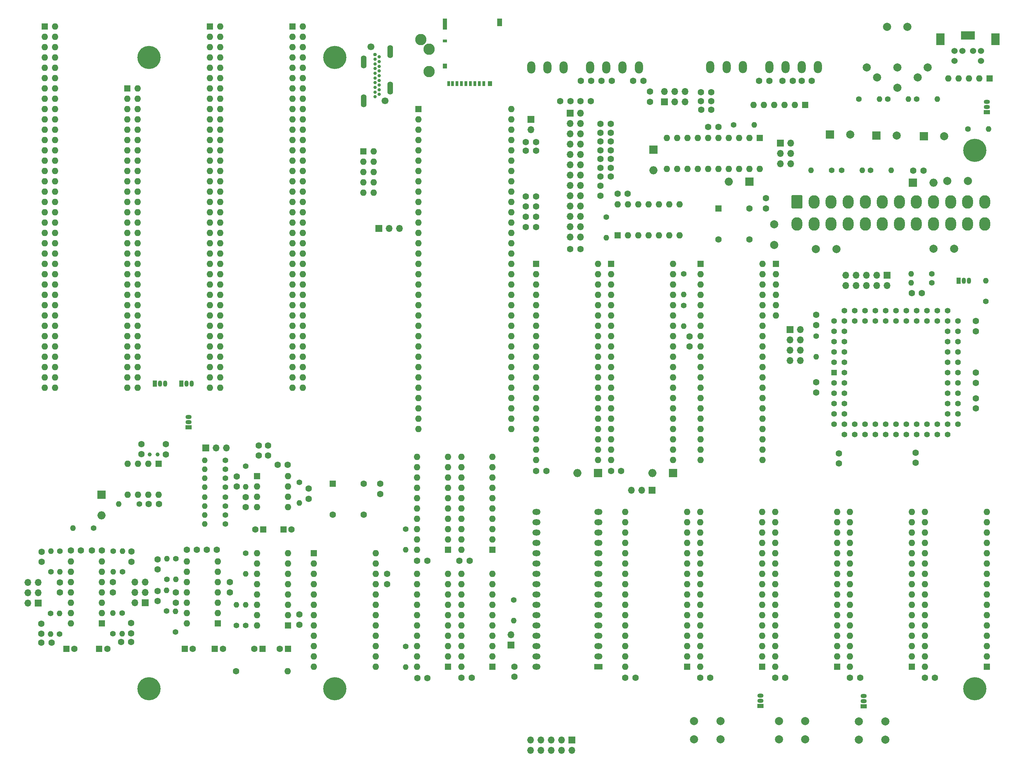
<source format=gbs>
G04 #@! TF.GenerationSoftware,KiCad,Pcbnew,(5.1.12)-1*
G04 #@! TF.CreationDate,2022-08-10T22:48:41-07:00*
G04 #@! TF.ProjectId,JBX16,4a425831-362e-46b6-9963-61645f706362,rev?*
G04 #@! TF.SameCoordinates,Original*
G04 #@! TF.FileFunction,Soldermask,Bot*
G04 #@! TF.FilePolarity,Negative*
%FSLAX46Y46*%
G04 Gerber Fmt 4.6, Leading zero omitted, Abs format (unit mm)*
G04 Created by KiCad (PCBNEW (5.1.12)-1) date 2022-08-10 22:48:41*
%MOMM*%
%LPD*%
G01*
G04 APERTURE LIST*
%ADD10O,1.700000X1.700000*%
%ADD11R,1.700000X1.700000*%
%ADD12R,1.500000X1.050000*%
%ADD13O,1.500000X1.050000*%
%ADD14O,2.000000X2.000000*%
%ADD15R,2.000000X2.000000*%
%ADD16O,1.400000X1.400000*%
%ADD17C,1.400000*%
%ADD18R,2.000000X1.440000*%
%ADD19O,2.000000X1.440000*%
%ADD20O,1.600000X1.600000*%
%ADD21R,1.600000X1.600000*%
%ADD22C,1.600000*%
%ADD23R,1.050000X1.500000*%
%ADD24O,1.050000X1.500000*%
%ADD25C,1.000000*%
%ADD26O,2.700000X3.300000*%
%ADD27R,1.300000X1.900000*%
%ADD28R,1.000000X2.800000*%
%ADD29R,1.000000X0.800000*%
%ADD30R,1.000000X1.200000*%
%ADD31R,0.700000X1.200000*%
%ADD32C,1.700000*%
%ADD33O,1.400000X3.200000*%
%ADD34C,0.800000*%
%ADD35O,2.000000X3.000000*%
%ADD36C,2.000000*%
%ADD37C,5.700000*%
%ADD38C,1.422400*%
%ADD39R,1.422400X1.422400*%
%ADD40C,1.524000*%
%ADD41R,2.000000X3.000000*%
%ADD42R,3.500000X2.000000*%
%ADD43C,2.800000*%
G04 APERTURE END LIST*
D10*
X229108000Y-111353600D03*
X226568000Y-111353600D03*
X229108000Y-108813600D03*
X226568000Y-108813600D03*
X229108000Y-106273600D03*
X226568000Y-106273600D03*
X229108000Y-103733600D03*
D11*
X226568000Y-103733600D03*
D12*
X244703600Y-196469000D03*
D13*
X244703600Y-193929000D03*
X244703600Y-195199000D03*
D10*
X162788600Y-207264000D03*
X162788600Y-204724000D03*
X165328600Y-207264000D03*
X165328600Y-204724000D03*
X167868600Y-207264000D03*
X167868600Y-204724000D03*
X170408600Y-207264000D03*
X170408600Y-204724000D03*
X172948600Y-207264000D03*
D11*
X172948600Y-204724000D03*
D14*
X261924800Y-67614800D03*
D15*
X256844800Y-67614800D03*
D16*
X200456800Y-102895400D03*
D17*
X200456800Y-97815400D03*
D18*
X179445920Y-186720000D03*
D19*
X164205920Y-186720000D03*
X179445920Y-184180000D03*
X164205920Y-184180000D03*
X179445920Y-181640000D03*
X164205920Y-181640000D03*
X179445920Y-179100000D03*
X164205920Y-179100000D03*
X179445920Y-176560000D03*
X164205920Y-176560000D03*
X179445920Y-174020000D03*
X164205920Y-174020000D03*
X179445920Y-171480000D03*
X164205920Y-171480000D03*
X179445920Y-168940000D03*
X164205920Y-168940000D03*
X179445920Y-166400000D03*
X164205920Y-166400000D03*
X179445920Y-163860000D03*
X164205920Y-163860000D03*
X179445920Y-161320000D03*
X164205920Y-161320000D03*
X179445920Y-158780000D03*
X164205920Y-158780000D03*
X179445920Y-156240000D03*
X164205920Y-156240000D03*
X179445920Y-153700000D03*
X164205920Y-153700000D03*
X179445920Y-151160000D03*
X164205920Y-151160000D03*
X179445920Y-148620000D03*
X164205920Y-148620000D03*
D12*
X78613000Y-127838200D03*
D13*
X78613000Y-125298200D03*
X78613000Y-126568200D03*
D10*
X87909400Y-132842000D03*
X85369400Y-132842000D03*
D11*
X82829400Y-132842000D03*
D20*
X49631600Y-176072800D03*
X57251600Y-160832800D03*
X49631600Y-173532800D03*
X57251600Y-163372800D03*
X49631600Y-170992800D03*
X57251600Y-165912800D03*
X49631600Y-168452800D03*
X57251600Y-168452800D03*
X49631600Y-165912800D03*
X57251600Y-170992800D03*
X49631600Y-163372800D03*
X57251600Y-173532800D03*
X49631600Y-160832800D03*
D21*
X57251600Y-176072800D03*
D10*
X65354200Y-165862000D03*
X67894200Y-165862000D03*
X65354200Y-168402000D03*
X67894200Y-168402000D03*
X65354200Y-170942000D03*
D11*
X67894200Y-170942000D03*
D10*
X39039800Y-165963600D03*
X41579800Y-165963600D03*
X39039800Y-168503600D03*
X41579800Y-168503600D03*
X39039800Y-171043600D03*
D11*
X41579800Y-171043600D03*
D16*
X82575400Y-135940800D03*
D17*
X87655400Y-135940800D03*
D16*
X82575400Y-145008600D03*
D17*
X87655400Y-145008600D03*
D16*
X75412600Y-173075600D03*
D17*
X75412600Y-178155600D03*
D16*
X59994800Y-173507400D03*
D17*
X59994800Y-178587400D03*
D16*
X82575400Y-140309600D03*
D17*
X87655400Y-140309600D03*
D16*
X82575400Y-147193000D03*
D17*
X87655400Y-147193000D03*
D16*
X82575400Y-149402800D03*
D17*
X87655400Y-149402800D03*
D16*
X46812200Y-173634400D03*
D17*
X46812200Y-178714400D03*
D16*
X46913800Y-163398200D03*
D17*
X46913800Y-158318200D03*
D16*
X44602400Y-178714400D03*
D17*
X44602400Y-173634400D03*
D16*
X44704000Y-158318200D03*
D17*
X44704000Y-163398200D03*
D16*
X82575400Y-142494000D03*
D17*
X87655400Y-142494000D03*
D16*
X82575400Y-138125200D03*
D17*
X87655400Y-138125200D03*
D16*
X82550000Y-151612600D03*
D17*
X87630000Y-151612600D03*
D16*
X75438000Y-165252400D03*
D17*
X75438000Y-160172400D03*
D16*
X60071000Y-163347400D03*
D17*
X60071000Y-158267400D03*
D16*
X62306200Y-158267400D03*
D17*
X62306200Y-163347400D03*
D16*
X62230000Y-178587400D03*
D17*
X62230000Y-173507400D03*
D22*
X44892600Y-180797200D03*
X42392600Y-180797200D03*
X49620800Y-158089600D03*
X52120800Y-158089600D03*
X42392600Y-176112800D03*
X42392600Y-178612800D03*
X42443400Y-160909000D03*
X42443400Y-158409000D03*
X57262400Y-158089600D03*
X54762400Y-158089600D03*
X61965200Y-180670200D03*
X64465200Y-180670200D03*
X64541400Y-160869000D03*
X64541400Y-158369000D03*
X64465200Y-175985800D03*
X64465200Y-178485800D03*
X79622400Y-182290720D03*
D21*
X77622400Y-182290720D03*
D22*
X75438000Y-170952800D03*
X75438000Y-168452800D03*
X87039200Y-182290720D03*
D21*
X85039200Y-182290720D03*
D22*
X88722200Y-165938200D03*
X88722200Y-168438200D03*
D20*
X124180600Y-70053200D03*
X121640600Y-70053200D03*
X124180600Y-67513200D03*
X121640600Y-67513200D03*
X124180600Y-64973200D03*
X121640600Y-64973200D03*
X124180600Y-62433200D03*
X121640600Y-62433200D03*
X124180600Y-59893200D03*
D21*
X121640600Y-59893200D03*
D20*
X223083120Y-100299520D03*
X223083120Y-97759520D03*
X223083120Y-95219520D03*
X223083120Y-92679520D03*
X223083120Y-90139520D03*
D21*
X223083120Y-87599520D03*
D16*
X275412200Y-54356000D03*
D17*
X270332200Y-54356000D03*
D16*
X274777200Y-91719400D03*
D17*
X274777200Y-96799400D03*
D12*
X274980400Y-50241200D03*
D13*
X274980400Y-47701200D03*
X274980400Y-48971200D03*
D23*
X268097000Y-91719400D03*
D24*
X270637000Y-91719400D03*
X269367000Y-91719400D03*
D21*
X135107680Y-49484280D03*
D20*
X135107680Y-52024280D03*
X135107680Y-54564280D03*
X135107680Y-57104280D03*
X135107680Y-59644280D03*
X135107680Y-62184280D03*
X135107680Y-64724280D03*
X135107680Y-67264280D03*
X135107680Y-69804280D03*
X135107680Y-72344280D03*
X135107680Y-74884280D03*
X135107680Y-77424280D03*
X135107680Y-79964280D03*
X135107680Y-82504280D03*
X135107680Y-85044280D03*
X135107680Y-87584280D03*
X135107680Y-90124280D03*
X135107680Y-92664280D03*
X135107680Y-95204280D03*
X135107680Y-97744280D03*
X135107680Y-100284280D03*
X135107680Y-102824280D03*
X135107680Y-105364280D03*
X135107680Y-107904280D03*
X135107680Y-110444280D03*
X135107680Y-112984280D03*
X135107680Y-115524280D03*
X135107680Y-118064280D03*
X135107680Y-120604280D03*
X135107680Y-123144280D03*
X135107680Y-125684280D03*
X135107680Y-128224280D03*
X157967680Y-64724280D03*
X157967680Y-49484280D03*
X157967680Y-128224280D03*
X157967680Y-120604280D03*
X157967680Y-52024280D03*
X157967680Y-110444280D03*
X157967680Y-125684280D03*
X157967680Y-118064280D03*
X157967680Y-115524280D03*
X157967680Y-105364280D03*
X157967680Y-74884280D03*
X157967680Y-85044280D03*
X157967680Y-79964280D03*
X157967680Y-72344280D03*
X157967680Y-67264280D03*
X157967680Y-57104280D03*
X157967680Y-54564280D03*
X157967680Y-82504280D03*
X157967680Y-123144280D03*
X157967680Y-87584280D03*
X157967680Y-62184280D03*
X157967680Y-112984280D03*
X157967680Y-69804280D03*
X157967680Y-100284280D03*
X157967680Y-107904280D03*
X157967680Y-92664280D03*
X157967680Y-59644280D03*
X157967680Y-97744280D03*
X157967680Y-102824280D03*
X157967680Y-95204280D03*
X157967680Y-90124280D03*
X157967680Y-77424280D03*
D16*
X61366400Y-146659600D03*
D17*
X66446400Y-146659600D03*
D16*
X50114200Y-152577800D03*
D17*
X55194200Y-152577800D03*
D25*
X69054900Y-134467600D03*
X70954900Y-134467600D03*
D20*
X71208900Y-144437100D03*
X63588900Y-136817100D03*
X68668900Y-144437100D03*
X66128900Y-136817100D03*
X66128900Y-144437100D03*
X68668900Y-136817100D03*
X63588900Y-144437100D03*
D21*
X71208900Y-136817100D03*
D14*
X57150000Y-149453600D03*
D15*
X57150000Y-144373600D03*
D22*
X67017900Y-134427600D03*
X67017900Y-131927600D03*
X72986900Y-134467600D03*
X72986900Y-131967600D03*
X175006000Y-83947000D03*
X172506000Y-83947000D03*
X161584000Y-73406000D03*
X164084000Y-73406000D03*
X182435500Y-53149500D03*
X179935500Y-53149500D03*
X161584000Y-70993000D03*
X164084000Y-70993000D03*
X161584000Y-76009500D03*
X164084000Y-76009500D03*
X179959000Y-70826000D03*
X179959000Y-68326000D03*
X68772400Y-146659600D03*
X71272400Y-146659600D03*
X182435500Y-59626500D03*
X179935500Y-59626500D03*
X182435500Y-66103500D03*
X179935500Y-66103500D03*
X161584000Y-78486000D03*
X164084000Y-78486000D03*
X182435500Y-63944500D03*
X179935500Y-63944500D03*
X177546000Y-47498000D03*
X175046000Y-47498000D03*
X182435500Y-61785500D03*
X179935500Y-61785500D03*
X182435500Y-55308500D03*
X179935500Y-55308500D03*
X161584000Y-59753500D03*
X164084000Y-59753500D03*
X170029500Y-47498000D03*
X172529500Y-47498000D03*
X182435500Y-57467500D03*
X179935500Y-57467500D03*
X161584000Y-57594500D03*
X164084000Y-57594500D03*
D23*
X76835000Y-117043200D03*
D24*
X79375000Y-117043200D03*
X78105000Y-117043200D03*
D23*
X70307200Y-117043200D03*
D24*
X72847200Y-117043200D03*
X71577200Y-117043200D03*
D12*
X219265500Y-196405500D03*
D13*
X219265500Y-193865500D03*
X219265500Y-195135500D03*
D20*
X45768180Y-118094760D03*
X43228180Y-118094760D03*
X45768180Y-115554760D03*
X43228180Y-115554760D03*
X45768180Y-113014760D03*
X43228180Y-113014760D03*
X45768180Y-110474760D03*
X43228180Y-110474760D03*
X45768180Y-107934760D03*
X43228180Y-107934760D03*
X45768180Y-105394760D03*
X43228180Y-105394760D03*
X45768180Y-102854760D03*
X43228180Y-102854760D03*
X45768180Y-100314760D03*
X43228180Y-100314760D03*
X45768180Y-97774760D03*
X43228180Y-97774760D03*
X45768180Y-95234760D03*
X43228180Y-95234760D03*
X45768180Y-92694760D03*
X43228180Y-92694760D03*
X45768180Y-90154760D03*
X43228180Y-90154760D03*
X45768180Y-87614760D03*
X43228180Y-87614760D03*
X45768180Y-85074760D03*
X43228180Y-85074760D03*
X45768180Y-82534760D03*
X43228180Y-82534760D03*
X45768180Y-79994760D03*
X43228180Y-79994760D03*
X45768180Y-77454760D03*
X43228180Y-77454760D03*
X45768180Y-74914760D03*
X43228180Y-74914760D03*
X45768180Y-72374760D03*
X43228180Y-72374760D03*
X45768180Y-69834760D03*
X43228180Y-69834760D03*
X45768180Y-67294760D03*
X43228180Y-67294760D03*
X45768180Y-64754760D03*
X43228180Y-64754760D03*
X45768180Y-62214760D03*
X43228180Y-62214760D03*
X45768180Y-59674760D03*
X43228180Y-59674760D03*
X45768180Y-57134760D03*
X43228180Y-57134760D03*
X45768180Y-54594760D03*
X43228180Y-54594760D03*
X45768180Y-52054760D03*
X43228180Y-52054760D03*
X45768180Y-49514760D03*
X43228180Y-49514760D03*
X45768180Y-46974760D03*
X43228180Y-46974760D03*
X45768180Y-44434760D03*
X43228180Y-44434760D03*
X45768180Y-41894760D03*
X43228180Y-41894760D03*
X45768180Y-39354760D03*
X43228180Y-39354760D03*
X45768180Y-36814760D03*
X43228180Y-36814760D03*
X45768180Y-34274760D03*
X43228180Y-34274760D03*
X45768180Y-31734760D03*
X43228180Y-31734760D03*
X45768180Y-29194760D03*
D21*
X43228180Y-29194760D03*
D20*
X66083180Y-118094760D03*
X63543180Y-118094760D03*
X66083180Y-115554760D03*
X63543180Y-115554760D03*
X66083180Y-113014760D03*
X63543180Y-113014760D03*
X66083180Y-110474760D03*
X63543180Y-110474760D03*
X66083180Y-107934760D03*
X63543180Y-107934760D03*
X66083180Y-105394760D03*
X63543180Y-105394760D03*
X66083180Y-102854760D03*
X63543180Y-102854760D03*
X66083180Y-100314760D03*
X63543180Y-100314760D03*
X66083180Y-97774760D03*
X63543180Y-97774760D03*
X66083180Y-95234760D03*
X63543180Y-95234760D03*
X66083180Y-92694760D03*
X63543180Y-92694760D03*
X66083180Y-90154760D03*
X63543180Y-90154760D03*
X66083180Y-87614760D03*
X63543180Y-87614760D03*
X66083180Y-85074760D03*
X63543180Y-85074760D03*
X66083180Y-82534760D03*
X63543180Y-82534760D03*
X66083180Y-79994760D03*
X63543180Y-79994760D03*
X66083180Y-77454760D03*
X63543180Y-77454760D03*
X66083180Y-74914760D03*
X63543180Y-74914760D03*
X66083180Y-72374760D03*
X63543180Y-72374760D03*
X66083180Y-69834760D03*
X63543180Y-69834760D03*
X66083180Y-67294760D03*
X63543180Y-67294760D03*
X66083180Y-64754760D03*
X63543180Y-64754760D03*
X66083180Y-62214760D03*
X63543180Y-62214760D03*
X66083180Y-59674760D03*
X63543180Y-59674760D03*
X66083180Y-57134760D03*
X63543180Y-57134760D03*
X66083180Y-54594760D03*
X63543180Y-54594760D03*
X66083180Y-52054760D03*
X63543180Y-52054760D03*
X66083180Y-49514760D03*
X63543180Y-49514760D03*
X66083180Y-46974760D03*
X63543180Y-46974760D03*
X66083180Y-44434760D03*
D21*
X63543180Y-44434760D03*
D20*
X86403180Y-118094760D03*
X83863180Y-118094760D03*
X86403180Y-115554760D03*
X83863180Y-115554760D03*
X86403180Y-113014760D03*
X83863180Y-113014760D03*
X86403180Y-110474760D03*
X83863180Y-110474760D03*
X86403180Y-107934760D03*
X83863180Y-107934760D03*
X86403180Y-105394760D03*
X83863180Y-105394760D03*
X86403180Y-102854760D03*
X83863180Y-102854760D03*
X86403180Y-100314760D03*
X83863180Y-100314760D03*
X86403180Y-97774760D03*
X83863180Y-97774760D03*
X86403180Y-95234760D03*
X83863180Y-95234760D03*
X86403180Y-92694760D03*
X83863180Y-92694760D03*
X86403180Y-90154760D03*
X83863180Y-90154760D03*
X86403180Y-87614760D03*
X83863180Y-87614760D03*
X86403180Y-85074760D03*
X83863180Y-85074760D03*
X86403180Y-82534760D03*
X83863180Y-82534760D03*
X86403180Y-79994760D03*
X83863180Y-79994760D03*
X86403180Y-77454760D03*
X83863180Y-77454760D03*
X86403180Y-74914760D03*
X83863180Y-74914760D03*
X86403180Y-72374760D03*
X83863180Y-72374760D03*
X86403180Y-69834760D03*
X83863180Y-69834760D03*
X86403180Y-67294760D03*
X83863180Y-67294760D03*
X86403180Y-64754760D03*
X83863180Y-64754760D03*
X86403180Y-62214760D03*
X83863180Y-62214760D03*
X86403180Y-59674760D03*
X83863180Y-59674760D03*
X86403180Y-57134760D03*
X83863180Y-57134760D03*
X86403180Y-54594760D03*
X83863180Y-54594760D03*
X86403180Y-52054760D03*
X83863180Y-52054760D03*
X86403180Y-49514760D03*
X83863180Y-49514760D03*
X86403180Y-46974760D03*
X83863180Y-46974760D03*
X86403180Y-44434760D03*
X83863180Y-44434760D03*
X86403180Y-41894760D03*
X83863180Y-41894760D03*
X86403180Y-39354760D03*
X83863180Y-39354760D03*
X86403180Y-36814760D03*
X83863180Y-36814760D03*
X86403180Y-34274760D03*
X83863180Y-34274760D03*
X86403180Y-31734760D03*
X83863180Y-31734760D03*
X86403180Y-29194760D03*
D21*
X83863180Y-29194760D03*
X104183180Y-29194760D03*
D20*
X106723180Y-29194760D03*
X104183180Y-31734760D03*
X106723180Y-31734760D03*
X104183180Y-34274760D03*
X106723180Y-34274760D03*
X104183180Y-36814760D03*
X106723180Y-36814760D03*
X104183180Y-39354760D03*
X106723180Y-39354760D03*
X104183180Y-41894760D03*
X106723180Y-41894760D03*
X104183180Y-44434760D03*
X106723180Y-44434760D03*
X104183180Y-46974760D03*
X106723180Y-46974760D03*
X104183180Y-49514760D03*
X106723180Y-49514760D03*
X104183180Y-52054760D03*
X106723180Y-52054760D03*
X104183180Y-54594760D03*
X106723180Y-54594760D03*
X104183180Y-57134760D03*
X106723180Y-57134760D03*
X104183180Y-59674760D03*
X106723180Y-59674760D03*
X104183180Y-62214760D03*
X106723180Y-62214760D03*
X104183180Y-64754760D03*
X106723180Y-64754760D03*
X104183180Y-67294760D03*
X106723180Y-67294760D03*
X104183180Y-69834760D03*
X106723180Y-69834760D03*
X104183180Y-72374760D03*
X106723180Y-72374760D03*
X104183180Y-74914760D03*
X106723180Y-74914760D03*
X104183180Y-77454760D03*
X106723180Y-77454760D03*
X104183180Y-79994760D03*
X106723180Y-79994760D03*
X104183180Y-82534760D03*
X106723180Y-82534760D03*
X104183180Y-85074760D03*
X106723180Y-85074760D03*
X104183180Y-87614760D03*
X106723180Y-87614760D03*
X104183180Y-90154760D03*
X106723180Y-90154760D03*
X104183180Y-92694760D03*
X106723180Y-92694760D03*
X104183180Y-95234760D03*
X106723180Y-95234760D03*
X104183180Y-97774760D03*
X106723180Y-97774760D03*
X104183180Y-100314760D03*
X106723180Y-100314760D03*
X104183180Y-102854760D03*
X106723180Y-102854760D03*
X104183180Y-105394760D03*
X106723180Y-105394760D03*
X104183180Y-107934760D03*
X106723180Y-107934760D03*
X104183180Y-110474760D03*
X106723180Y-110474760D03*
X104183180Y-113014760D03*
X106723180Y-113014760D03*
X104183180Y-115554760D03*
X106723180Y-115554760D03*
X104183180Y-118094760D03*
X106723180Y-118094760D03*
D16*
X90347800Y-171526200D03*
D17*
X90347800Y-176606200D03*
D16*
X92684600Y-171526200D03*
D17*
X92684600Y-176606200D03*
D26*
X274485760Y-77803640D03*
X270285760Y-77803640D03*
X266085760Y-77803640D03*
X261885760Y-77803640D03*
X257685760Y-77803640D03*
X253485760Y-77803640D03*
X249285760Y-77803640D03*
X245085760Y-77803640D03*
X240885760Y-77803640D03*
X236685760Y-77803640D03*
X232485760Y-77803640D03*
X228285760Y-77803640D03*
X274485760Y-72303640D03*
X270285760Y-72303640D03*
X266085760Y-72303640D03*
X261885760Y-72303640D03*
X257685760Y-72303640D03*
X253485760Y-72303640D03*
X249285760Y-72303640D03*
X245085760Y-72303640D03*
X240885760Y-72303640D03*
X236685760Y-72303640D03*
X232485760Y-72303640D03*
G36*
G01*
X226935760Y-73703639D02*
X226935760Y-70903641D01*
G75*
G02*
X227185761Y-70653640I250001J0D01*
G01*
X229385759Y-70653640D01*
G75*
G02*
X229635760Y-70903641I0J-250001D01*
G01*
X229635760Y-73703639D01*
G75*
G02*
X229385759Y-73953640I-250001J0D01*
G01*
X227185761Y-73953640D01*
G75*
G02*
X226935760Y-73703639I0J250001D01*
G01*
G37*
D16*
X231711500Y-64571880D03*
D17*
X236791500Y-64571880D03*
D20*
X217596720Y-48508920D03*
X220136720Y-48508920D03*
X222676720Y-48508920D03*
X225216720Y-48508920D03*
X227756720Y-48508920D03*
D21*
X230296720Y-48508920D03*
D22*
X207172560Y-45318680D03*
X204672560Y-45318680D03*
X207203040Y-49672240D03*
X204703040Y-49672240D03*
X218963240Y-42545000D03*
X221463240Y-42545000D03*
X175122200Y-42545000D03*
X177622200Y-42545000D03*
X192140840Y-45166280D03*
X192140840Y-47666280D03*
X231942640Y-42545000D03*
X229442640Y-42545000D03*
X190510800Y-42545000D03*
X188010800Y-42545000D03*
X180217440Y-42545000D03*
X182717440Y-42545000D03*
X227248720Y-42545000D03*
X224748720Y-42545000D03*
X207187800Y-47518320D03*
X204687800Y-47518320D03*
D20*
X179364640Y-87599520D03*
X164124640Y-135859520D03*
X179364640Y-90139520D03*
X164124640Y-133319520D03*
X179364640Y-92679520D03*
X164124640Y-130779520D03*
X179364640Y-95219520D03*
X164124640Y-128239520D03*
X179364640Y-97759520D03*
X164124640Y-125699520D03*
X179364640Y-100299520D03*
X164124640Y-123159520D03*
X179364640Y-102839520D03*
X164124640Y-120619520D03*
X179364640Y-105379520D03*
X164124640Y-118079520D03*
X179364640Y-107919520D03*
X164124640Y-115539520D03*
X179364640Y-110459520D03*
X164124640Y-112999520D03*
X179364640Y-112999520D03*
X164124640Y-110459520D03*
X179364640Y-115539520D03*
X164124640Y-107919520D03*
X179364640Y-118079520D03*
X164124640Y-105379520D03*
X179364640Y-120619520D03*
X164124640Y-102839520D03*
X179364640Y-123159520D03*
X164124640Y-100299520D03*
X179364640Y-125699520D03*
X164124640Y-97759520D03*
X179364640Y-128239520D03*
X164124640Y-95219520D03*
X179364640Y-130779520D03*
X164124640Y-92679520D03*
X179364640Y-133319520D03*
X164124640Y-90139520D03*
X179364640Y-135859520D03*
D21*
X164124640Y-87599520D03*
D10*
X200766680Y-45156120D03*
X200766680Y-47696120D03*
X198226680Y-45156120D03*
X198226680Y-47696120D03*
X195686680Y-45156120D03*
D11*
X195686680Y-47696120D03*
D10*
X175036480Y-81020920D03*
X172496480Y-81020920D03*
X175036480Y-78480920D03*
X172496480Y-78480920D03*
X175036480Y-75940920D03*
X172496480Y-75940920D03*
X175036480Y-73400920D03*
X172496480Y-73400920D03*
X175036480Y-70860920D03*
X172496480Y-70860920D03*
X175036480Y-68320920D03*
X172496480Y-68320920D03*
X175036480Y-65780920D03*
X172496480Y-65780920D03*
X175036480Y-63240920D03*
X172496480Y-63240920D03*
X175036480Y-60700920D03*
X172496480Y-60700920D03*
X175036480Y-58160920D03*
X172496480Y-58160920D03*
X175036480Y-55620920D03*
X172496480Y-55620920D03*
X175036480Y-53080920D03*
X172496480Y-53080920D03*
X175036480Y-50540920D03*
D11*
X172496480Y-50540920D03*
D27*
X155138000Y-28134200D03*
D28*
X141638000Y-28584200D03*
D29*
X141638000Y-32734200D03*
D30*
X141638000Y-38934200D03*
X152788000Y-43234200D03*
D31*
X144638000Y-43234200D03*
X145738000Y-43234200D03*
X146838000Y-43234200D03*
X147938000Y-43234200D03*
X149038000Y-43234200D03*
X150138000Y-43234200D03*
X151238000Y-43234200D03*
X143538000Y-43234200D03*
X142588000Y-43234200D03*
D22*
X105816400Y-173863000D03*
X105816400Y-176363000D03*
D20*
X103022400Y-139827000D03*
X95402400Y-147447000D03*
X103022400Y-142367000D03*
X95402400Y-144907000D03*
X103022400Y-144907000D03*
X95402400Y-142367000D03*
X103022400Y-147447000D03*
D21*
X95402400Y-139827000D03*
D20*
X78155800Y-176072800D03*
X85775800Y-160832800D03*
X78155800Y-173532800D03*
X85775800Y-163372800D03*
X78155800Y-170992800D03*
X85775800Y-165912800D03*
X78155800Y-168452800D03*
X85775800Y-168452800D03*
X78155800Y-165912800D03*
X85775800Y-170992800D03*
X78155800Y-163372800D03*
X85775800Y-173532800D03*
X78155800Y-160832800D03*
D21*
X85775800Y-176072800D03*
D22*
X114066320Y-149346920D03*
X121686320Y-149346920D03*
X121686320Y-141726920D03*
D21*
X114066320Y-141726920D03*
D20*
X124673360Y-158821120D03*
X109433360Y-186761120D03*
X124673360Y-161361120D03*
X109433360Y-184221120D03*
X124673360Y-163901120D03*
X109433360Y-181681120D03*
X124673360Y-166441120D03*
X109433360Y-179141120D03*
X124673360Y-168981120D03*
X109433360Y-176601120D03*
X124673360Y-171521120D03*
X109433360Y-174061120D03*
X124673360Y-174061120D03*
X109433360Y-171521120D03*
X124673360Y-176601120D03*
X109433360Y-168981120D03*
X124673360Y-179141120D03*
X109433360Y-166441120D03*
X124673360Y-181681120D03*
X109433360Y-163901120D03*
X124673360Y-184221120D03*
X109433360Y-161361120D03*
X124673360Y-186761120D03*
D21*
X109433360Y-158821120D03*
D16*
X92684600Y-163906200D03*
D17*
X92684600Y-158826200D03*
D16*
X92684600Y-142443200D03*
D17*
X92684600Y-137363200D03*
D16*
X105867200Y-146456400D03*
D17*
X105867200Y-141376400D03*
D16*
X73177400Y-167970200D03*
D17*
X73177400Y-173050200D03*
D16*
X73228200Y-160172400D03*
D17*
X73228200Y-165252400D03*
D20*
X102997000Y-187833000D03*
D22*
X90297000Y-187833000D03*
X95002600Y-152908000D03*
D21*
X97002600Y-152908000D03*
D22*
X92659200Y-144983200D03*
X92659200Y-147483200D03*
X50514000Y-182290720D03*
D21*
X48514000Y-182290720D03*
D22*
X46913800Y-165952800D03*
X46913800Y-168452800D03*
X125750320Y-144196440D03*
X125750320Y-141696440D03*
X58616600Y-182290720D03*
D21*
X56616600Y-182290720D03*
D22*
X101037640Y-182290720D03*
D21*
X103037640Y-182290720D03*
D22*
X59994800Y-165927400D03*
X59994800Y-168427400D03*
X103930200Y-152908000D03*
D21*
X101930200Y-152908000D03*
D22*
X100497000Y-137033000D03*
X102997000Y-137033000D03*
X94799400Y-182290720D03*
D21*
X96799400Y-182290720D03*
D22*
X95890080Y-134767320D03*
X95890080Y-132267320D03*
X98115120Y-134778120D03*
X98115120Y-132278120D03*
X90449400Y-142377800D03*
X90449400Y-139877800D03*
X108153200Y-145375000D03*
X108153200Y-142875000D03*
X83047200Y-157937200D03*
X85547200Y-157937200D03*
X78155800Y-157962600D03*
X80655800Y-157962600D03*
X70942200Y-170571800D03*
X70942200Y-168071800D03*
X70993000Y-162774000D03*
X70993000Y-160274000D03*
X127406400Y-166401120D03*
X127406400Y-163901120D03*
D20*
X95407480Y-176606200D03*
X103027480Y-158826200D03*
X95407480Y-174066200D03*
X103027480Y-161366200D03*
X95407480Y-171526200D03*
X103027480Y-163906200D03*
X95407480Y-168986200D03*
X103027480Y-166446200D03*
X95407480Y-166446200D03*
X103027480Y-168986200D03*
X95407480Y-163906200D03*
X103027480Y-171526200D03*
X95407480Y-161366200D03*
X103027480Y-174066200D03*
X95407480Y-158826200D03*
D21*
X103027480Y-176606200D03*
D10*
X162834320Y-54559200D03*
D11*
X162834320Y-52019200D03*
D32*
X126960000Y-47418000D03*
X123460000Y-34168000D03*
D33*
X128210000Y-44318000D03*
X121710000Y-47418000D03*
X121710000Y-37918000D03*
D34*
X124460000Y-46463000D03*
X125460000Y-45885500D03*
X124460000Y-45308000D03*
X125460000Y-44730500D03*
X124460000Y-44153000D03*
X125460000Y-43575500D03*
X124460000Y-42998000D03*
X125460000Y-42420500D03*
X124460000Y-41843000D03*
X125460000Y-41265500D03*
X124460000Y-40688000D03*
X125460000Y-40110500D03*
X124460000Y-39533000D03*
X125460000Y-38955500D03*
X124460000Y-38378000D03*
X125460000Y-37800500D03*
X124460000Y-37223000D03*
X125460000Y-36645500D03*
D33*
X128210000Y-35318000D03*
G36*
G01*
X124860000Y-35918400D02*
X124860000Y-36217600D01*
G75*
G02*
X124609600Y-36468000I-250400J0D01*
G01*
X124310400Y-36468000D01*
G75*
G02*
X124060000Y-36217600I0J250400D01*
G01*
X124060000Y-35918400D01*
G75*
G02*
X124310400Y-35668000I250400J0D01*
G01*
X124609600Y-35668000D01*
G75*
G02*
X124860000Y-35918400I0J-250400D01*
G01*
G37*
D35*
X162882400Y-39232840D03*
X166882400Y-39232840D03*
X170882400Y-39232840D03*
X177382400Y-39232840D03*
X181382400Y-39232840D03*
X185382400Y-39232840D03*
X189382400Y-39232840D03*
X206966640Y-39192200D03*
X210966640Y-39192200D03*
X214966640Y-39192200D03*
X221466640Y-39192200D03*
X225466640Y-39192200D03*
X229466640Y-39192200D03*
X233466640Y-39192200D03*
D16*
X131993640Y-186776360D03*
D17*
X131993640Y-181696360D03*
D16*
X131993640Y-157967680D03*
D17*
X131993640Y-152887680D03*
D16*
X200456800Y-95123000D03*
D17*
X200456800Y-90043000D03*
D22*
X134858760Y-189484000D03*
X137358760Y-189484000D03*
X145251800Y-160670240D03*
X147751800Y-160670240D03*
X134832720Y-160675320D03*
X137332720Y-160675320D03*
X145749640Y-189453520D03*
X148249640Y-189453520D03*
X186634120Y-70271640D03*
X184134120Y-70271640D03*
D16*
X244373400Y-64571880D03*
D17*
X239293400Y-64571880D03*
D16*
X217805000Y-53340000D03*
D17*
X212725000Y-53340000D03*
D16*
X251470160Y-64561720D03*
D17*
X246390160Y-64561720D03*
D16*
X233009440Y-110474760D03*
D17*
X233009440Y-105394760D03*
D22*
X206470880Y-53898800D03*
X208970880Y-53898800D03*
D36*
X250022500Y-200152000D03*
X250022500Y-204652000D03*
X243522500Y-200152000D03*
X243522500Y-204652000D03*
X230337500Y-200134220D03*
X230337500Y-204634220D03*
X223837500Y-200134220D03*
X223837500Y-204634220D03*
D22*
X259421000Y-64668400D03*
X256921000Y-64668400D03*
D36*
X232953560Y-83967480D03*
X238033560Y-83977480D03*
X222684500Y-82931000D03*
X222694500Y-77851000D03*
X266938760Y-83870640D03*
X261858760Y-83860640D03*
X265282680Y-67142360D03*
X270362680Y-67152360D03*
X264552440Y-56174640D03*
D15*
X259552440Y-56174640D03*
D36*
X252832880Y-56032400D03*
D15*
X247832880Y-56032400D03*
D36*
X241397800Y-55753000D03*
D15*
X236397800Y-55753000D03*
D20*
X219110560Y-64190880D03*
X196250560Y-56570880D03*
X216570560Y-64190880D03*
X198790560Y-56570880D03*
X214030560Y-64190880D03*
X201330560Y-56570880D03*
X211490560Y-64190880D03*
X203870560Y-56570880D03*
X208950560Y-64190880D03*
X206410560Y-56570880D03*
X206410560Y-64190880D03*
X208950560Y-56570880D03*
X203870560Y-64190880D03*
X211490560Y-56570880D03*
X201330560Y-64190880D03*
X214030560Y-56570880D03*
X198790560Y-64190880D03*
X216570560Y-56570880D03*
X196250560Y-64190880D03*
D21*
X219110560Y-56570880D03*
D37*
X272052360Y-192164880D03*
X114572360Y-192164880D03*
X68852360Y-192164880D03*
X114572360Y-36814880D03*
X68852360Y-36814880D03*
X272052360Y-59674880D03*
D22*
X256519040Y-94752160D03*
X259019040Y-94752160D03*
X233050080Y-102636320D03*
X233050080Y-100136320D03*
X272303240Y-120665240D03*
X272303240Y-123165240D03*
X257492500Y-134048500D03*
X257492500Y-136548500D03*
X272318480Y-101670480D03*
X272318480Y-104170480D03*
X238577120Y-134198360D03*
X238577120Y-136698360D03*
X272303240Y-114360320D03*
X272303240Y-116860320D03*
X233022140Y-116713000D03*
X233022140Y-119213000D03*
D17*
X181386480Y-76083160D03*
D16*
X181386480Y-81163160D03*
D17*
X243540280Y-47005240D03*
D16*
X248620280Y-47005240D03*
D17*
X250642120Y-47005240D03*
D16*
X255722120Y-47005240D03*
D17*
X257769360Y-46990000D03*
D16*
X262849360Y-46990000D03*
D21*
X184155080Y-80548480D03*
D20*
X199395080Y-72928480D03*
X186695080Y-80548480D03*
X196855080Y-72928480D03*
X189235080Y-80548480D03*
X194315080Y-72928480D03*
X191775080Y-80548480D03*
X191775080Y-72928480D03*
X194315080Y-80548480D03*
X189235080Y-72928480D03*
X196855080Y-80548480D03*
X186695080Y-72928480D03*
X199395080Y-80548480D03*
X184155080Y-72928480D03*
D36*
X255489080Y-29276040D03*
X250489080Y-29276040D03*
X260489080Y-39236040D03*
X245489080Y-39236040D03*
X257989080Y-41736040D03*
X252989080Y-39236040D03*
X247989080Y-41736040D03*
X252989080Y-44236040D03*
D11*
X224210880Y-57830720D03*
D10*
X226750880Y-57830720D03*
X224210880Y-60370720D03*
X226750880Y-60370720D03*
X224210880Y-62910720D03*
X226750880Y-62910720D03*
D22*
X220662500Y-73937500D03*
X220662500Y-71437500D03*
D20*
X265572240Y-41945560D03*
X268112240Y-41945560D03*
X270652240Y-41945560D03*
X273192240Y-41945560D03*
D21*
X275732240Y-41945560D03*
D15*
X216590880Y-67365880D03*
D14*
X211510880Y-67365880D03*
D15*
X193009520Y-59446160D03*
D14*
X193009520Y-64526160D03*
D15*
X197799960Y-139065000D03*
D14*
X192719960Y-139065000D03*
D15*
X179344320Y-139039600D03*
D14*
X174264320Y-139039600D03*
D22*
X201874120Y-105430320D03*
X201874120Y-107930320D03*
D21*
X204541120Y-87599520D03*
D20*
X219781120Y-135859520D03*
X204541120Y-90139520D03*
X219781120Y-133319520D03*
X204541120Y-92679520D03*
X219781120Y-130779520D03*
X204541120Y-95219520D03*
X219781120Y-128239520D03*
X204541120Y-97759520D03*
X219781120Y-125699520D03*
X204541120Y-100299520D03*
X219781120Y-123159520D03*
X204541120Y-102839520D03*
X219781120Y-120619520D03*
X204541120Y-105379520D03*
X219781120Y-118079520D03*
X204541120Y-107919520D03*
X219781120Y-115539520D03*
X204541120Y-110459520D03*
X219781120Y-112999520D03*
X204541120Y-112999520D03*
X219781120Y-110459520D03*
X204541120Y-115539520D03*
X219781120Y-107919520D03*
X204541120Y-118079520D03*
X219781120Y-105379520D03*
X204541120Y-120619520D03*
X219781120Y-102839520D03*
X204541120Y-123159520D03*
X219781120Y-100299520D03*
X204541120Y-125699520D03*
X219781120Y-97759520D03*
X204541120Y-128239520D03*
X219781120Y-95219520D03*
X204541120Y-130779520D03*
X219781120Y-92679520D03*
X204541120Y-133319520D03*
X219781120Y-90139520D03*
X204541120Y-135859520D03*
X219781120Y-87599520D03*
D36*
X203004420Y-204634220D03*
X203004420Y-200134220D03*
X209504420Y-204634220D03*
X209504420Y-200134220D03*
D11*
X192608200Y-143276320D03*
D10*
X190068200Y-143276320D03*
X187528200Y-143276320D03*
D11*
X157906720Y-181371240D03*
D10*
X157906720Y-178831240D03*
D22*
X164134160Y-138562080D03*
X166634160Y-138562080D03*
D17*
X158597600Y-170317160D03*
D16*
X158597600Y-175397160D03*
D22*
X182554240Y-138557000D03*
X185054240Y-138557000D03*
X259755000Y-189445900D03*
X262255000Y-189445900D03*
X241319680Y-189445900D03*
X243819680Y-189445900D03*
X222912300Y-189445900D03*
X225412300Y-189445900D03*
X204484600Y-189445900D03*
X206984600Y-189445900D03*
X186054360Y-189445900D03*
X188554360Y-189445900D03*
X158739840Y-186725560D03*
X158739840Y-189225560D03*
D17*
X261432040Y-92262960D03*
D16*
X256352040Y-92262960D03*
D17*
X261442200Y-90053160D03*
D16*
X256362200Y-90053160D03*
D38*
X239994440Y-114360960D03*
X239994440Y-116900960D03*
X239994440Y-119440960D03*
X239994440Y-121980960D03*
X239994440Y-124520960D03*
X239994440Y-111820960D03*
X239994440Y-109280960D03*
X239994440Y-106740960D03*
X239994440Y-104200960D03*
X239994440Y-101660960D03*
X239994440Y-99120960D03*
D39*
X237454440Y-114360960D03*
D38*
X237454440Y-116900960D03*
X237454440Y-119440960D03*
X237454440Y-121980960D03*
X237454440Y-124520960D03*
X237454440Y-127060960D03*
X237454440Y-111820960D03*
X237454440Y-109280960D03*
X237454440Y-106740960D03*
X237454440Y-104200960D03*
X237454440Y-101660960D03*
X239994440Y-127060960D03*
X242534440Y-127060960D03*
X245074440Y-127060960D03*
X247614440Y-127060960D03*
X250154440Y-127060960D03*
X252694440Y-127060960D03*
X255234440Y-127060960D03*
X257774440Y-127060960D03*
X260314440Y-127060960D03*
X262854440Y-127060960D03*
X239994440Y-129600960D03*
X242534440Y-129600960D03*
X245074440Y-129600960D03*
X247614440Y-129600960D03*
X250154440Y-129600960D03*
X252694440Y-129600960D03*
X255234440Y-129600960D03*
X257774440Y-129600960D03*
X260314440Y-129600960D03*
X262854440Y-129600960D03*
X265394440Y-129600960D03*
X265394440Y-127060960D03*
X265394440Y-124520960D03*
X265394440Y-121980960D03*
X265394440Y-119440960D03*
X265394440Y-116900960D03*
X265394440Y-114360960D03*
X265394440Y-111820960D03*
X265394440Y-109280960D03*
X265394440Y-106740960D03*
X265394440Y-104200960D03*
X267934440Y-127060960D03*
X267934440Y-124520960D03*
X267934440Y-121980960D03*
X267934440Y-119440960D03*
X267934440Y-116900960D03*
X267934440Y-114360960D03*
X267934440Y-111820960D03*
X267934440Y-109280960D03*
X267934440Y-106740960D03*
X267934440Y-104200960D03*
X267934440Y-101660960D03*
X265394440Y-101660960D03*
X262854440Y-101660960D03*
X260314440Y-101660960D03*
X257774440Y-101660960D03*
X255234440Y-101660960D03*
X252694440Y-101660960D03*
X250154440Y-101660960D03*
X247614440Y-101660960D03*
X245074440Y-101660960D03*
X242534440Y-101660960D03*
X265394440Y-99120960D03*
X262854440Y-99120960D03*
X260314440Y-99120960D03*
X257774440Y-99120960D03*
X255234440Y-99120960D03*
X252694440Y-99120960D03*
X250154440Y-99120960D03*
X247614440Y-99120960D03*
X245074440Y-99120960D03*
X242534440Y-99120960D03*
D21*
X142453360Y-186745880D03*
D20*
X134833360Y-163885880D03*
X142453360Y-184205880D03*
X134833360Y-166425880D03*
X142453360Y-181665880D03*
X134833360Y-168965880D03*
X142453360Y-179125880D03*
X134833360Y-171505880D03*
X142453360Y-176585880D03*
X134833360Y-174045880D03*
X142453360Y-174045880D03*
X134833360Y-176585880D03*
X142453360Y-171505880D03*
X134833360Y-179125880D03*
X142453360Y-168965880D03*
X134833360Y-181665880D03*
X142453360Y-166425880D03*
X134833360Y-184205880D03*
X142453360Y-163885880D03*
X134833360Y-186745880D03*
D21*
X153334720Y-157958280D03*
D20*
X145714720Y-135098280D03*
X153334720Y-155418280D03*
X145714720Y-137638280D03*
X153334720Y-152878280D03*
X145714720Y-140178280D03*
X153334720Y-150338280D03*
X145714720Y-142718280D03*
X153334720Y-147798280D03*
X145714720Y-145258280D03*
X153334720Y-145258280D03*
X145714720Y-147798280D03*
X153334720Y-142718280D03*
X145714720Y-150338280D03*
X153334720Y-140178280D03*
X145714720Y-152878280D03*
X153334720Y-137638280D03*
X145714720Y-155418280D03*
X153334720Y-135098280D03*
X145714720Y-157958280D03*
D21*
X142453360Y-157958280D03*
D20*
X134833360Y-135098280D03*
X142453360Y-155418280D03*
X134833360Y-137638280D03*
X142453360Y-152878280D03*
X134833360Y-140178280D03*
X142453360Y-150338280D03*
X134833360Y-142718280D03*
X142453360Y-147798280D03*
X134833360Y-145258280D03*
X142453360Y-145258280D03*
X134833360Y-147798280D03*
X142453360Y-142718280D03*
X134833360Y-150338280D03*
X142453360Y-140178280D03*
X134833360Y-152878280D03*
X142453360Y-137638280D03*
X134833360Y-155418280D03*
X142453360Y-135098280D03*
X134833360Y-157958280D03*
D21*
X153334720Y-186745880D03*
D20*
X145714720Y-163885880D03*
X153334720Y-184205880D03*
X145714720Y-166425880D03*
X153334720Y-181665880D03*
X145714720Y-168965880D03*
X153334720Y-179125880D03*
X145714720Y-171505880D03*
X153334720Y-176585880D03*
X145714720Y-174045880D03*
X153334720Y-174045880D03*
X145714720Y-176585880D03*
X153334720Y-171505880D03*
X145714720Y-179125880D03*
X153334720Y-168965880D03*
X145714720Y-181665880D03*
X153334720Y-166425880D03*
X145714720Y-184205880D03*
X153334720Y-163885880D03*
X145714720Y-186745880D03*
D40*
X267092360Y-35173920D03*
X271642360Y-35173920D03*
X269042360Y-35173920D03*
X273592360Y-35173920D03*
X267092360Y-37673920D03*
X273592360Y-37673920D03*
D41*
X277142360Y-32273920D03*
D42*
X270342360Y-31373920D03*
D41*
X263542360Y-32273920D03*
D11*
X125409960Y-78828900D03*
D10*
X127949960Y-78828900D03*
X130489960Y-78828900D03*
D43*
X135737600Y-32354520D03*
X137737600Y-34754520D03*
X137737600Y-40254520D03*
D10*
X240263680Y-92938600D03*
X240263680Y-90398600D03*
X242803680Y-92938600D03*
X242803680Y-90398600D03*
X245343680Y-92938600D03*
X245343680Y-90398600D03*
X247883680Y-92938600D03*
X247883680Y-90398600D03*
X250423680Y-92938600D03*
D11*
X250423680Y-90398600D03*
D20*
X241328000Y-186720000D03*
X256568000Y-148620000D03*
X241328000Y-184180000D03*
X256568000Y-151160000D03*
X241328000Y-181640000D03*
X256568000Y-153700000D03*
X241328000Y-179100000D03*
X256568000Y-156240000D03*
X241328000Y-176560000D03*
X256568000Y-158780000D03*
X241328000Y-174020000D03*
X256568000Y-161320000D03*
X241328000Y-171480000D03*
X256568000Y-163860000D03*
X241328000Y-168940000D03*
X256568000Y-166400000D03*
X241328000Y-166400000D03*
X256568000Y-168940000D03*
X241328000Y-163860000D03*
X256568000Y-171480000D03*
X241328000Y-161320000D03*
X256568000Y-174020000D03*
X241328000Y-158780000D03*
X256568000Y-176560000D03*
X241328000Y-156240000D03*
X256568000Y-179100000D03*
X241328000Y-153700000D03*
X256568000Y-181640000D03*
X241328000Y-151160000D03*
X256568000Y-184180000D03*
X241328000Y-148620000D03*
D21*
X256568000Y-186720000D03*
D20*
X259748000Y-186720000D03*
X274988000Y-148620000D03*
X259748000Y-184180000D03*
X274988000Y-151160000D03*
X259748000Y-181640000D03*
X274988000Y-153700000D03*
X259748000Y-179100000D03*
X274988000Y-156240000D03*
X259748000Y-176560000D03*
X274988000Y-158780000D03*
X259748000Y-174020000D03*
X274988000Y-161320000D03*
X259748000Y-171480000D03*
X274988000Y-163860000D03*
X259748000Y-168940000D03*
X274988000Y-166400000D03*
X259748000Y-166400000D03*
X274988000Y-168940000D03*
X259748000Y-163860000D03*
X274988000Y-171480000D03*
X259748000Y-161320000D03*
X274988000Y-174020000D03*
X259748000Y-158780000D03*
X274988000Y-176560000D03*
X259748000Y-156240000D03*
X274988000Y-179100000D03*
X259748000Y-153700000D03*
X274988000Y-181640000D03*
X259748000Y-151160000D03*
X274988000Y-184180000D03*
X259748000Y-148620000D03*
D21*
X274988000Y-186720000D03*
D20*
X222908000Y-186720000D03*
X238148000Y-148620000D03*
X222908000Y-184180000D03*
X238148000Y-151160000D03*
X222908000Y-181640000D03*
X238148000Y-153700000D03*
X222908000Y-179100000D03*
X238148000Y-156240000D03*
X222908000Y-176560000D03*
X238148000Y-158780000D03*
X222908000Y-174020000D03*
X238148000Y-161320000D03*
X222908000Y-171480000D03*
X238148000Y-163860000D03*
X222908000Y-168940000D03*
X238148000Y-166400000D03*
X222908000Y-166400000D03*
X238148000Y-168940000D03*
X222908000Y-163860000D03*
X238148000Y-171480000D03*
X222908000Y-161320000D03*
X238148000Y-174020000D03*
X222908000Y-158780000D03*
X238148000Y-176560000D03*
X222908000Y-156240000D03*
X238148000Y-179100000D03*
X222908000Y-153700000D03*
X238148000Y-181640000D03*
X222908000Y-151160000D03*
X238148000Y-184180000D03*
X222908000Y-148620000D03*
D21*
X238148000Y-186720000D03*
D20*
X204488000Y-186720000D03*
X219728000Y-148620000D03*
X204488000Y-184180000D03*
X219728000Y-151160000D03*
X204488000Y-181640000D03*
X219728000Y-153700000D03*
X204488000Y-179100000D03*
X219728000Y-156240000D03*
X204488000Y-176560000D03*
X219728000Y-158780000D03*
X204488000Y-174020000D03*
X219728000Y-161320000D03*
X204488000Y-171480000D03*
X219728000Y-163860000D03*
X204488000Y-168940000D03*
X219728000Y-166400000D03*
X204488000Y-166400000D03*
X219728000Y-168940000D03*
X204488000Y-163860000D03*
X219728000Y-171480000D03*
X204488000Y-161320000D03*
X219728000Y-174020000D03*
X204488000Y-158780000D03*
X219728000Y-176560000D03*
X204488000Y-156240000D03*
X219728000Y-179100000D03*
X204488000Y-153700000D03*
X219728000Y-181640000D03*
X204488000Y-151160000D03*
X219728000Y-184180000D03*
X204488000Y-148620000D03*
D21*
X219728000Y-186720000D03*
D20*
X186068000Y-186720000D03*
X201308000Y-148620000D03*
X186068000Y-184180000D03*
X201308000Y-151160000D03*
X186068000Y-181640000D03*
X201308000Y-153700000D03*
X186068000Y-179100000D03*
X201308000Y-156240000D03*
X186068000Y-176560000D03*
X201308000Y-158780000D03*
X186068000Y-174020000D03*
X201308000Y-161320000D03*
X186068000Y-171480000D03*
X201308000Y-163860000D03*
X186068000Y-168940000D03*
X201308000Y-166400000D03*
X186068000Y-166400000D03*
X201308000Y-168940000D03*
X186068000Y-163860000D03*
X201308000Y-171480000D03*
X186068000Y-161320000D03*
X201308000Y-174020000D03*
X186068000Y-158780000D03*
X201308000Y-176560000D03*
X186068000Y-156240000D03*
X201308000Y-179100000D03*
X186068000Y-153700000D03*
X201308000Y-181640000D03*
X186068000Y-151160000D03*
X201308000Y-184180000D03*
X186068000Y-148620000D03*
D21*
X201308000Y-186720000D03*
X182565040Y-87599520D03*
D20*
X197805040Y-135859520D03*
X182565040Y-90139520D03*
X197805040Y-133319520D03*
X182565040Y-92679520D03*
X197805040Y-130779520D03*
X182565040Y-95219520D03*
X197805040Y-128239520D03*
X182565040Y-97759520D03*
X197805040Y-125699520D03*
X182565040Y-100299520D03*
X197805040Y-123159520D03*
X182565040Y-102839520D03*
X197805040Y-120619520D03*
X182565040Y-105379520D03*
X197805040Y-118079520D03*
X182565040Y-107919520D03*
X197805040Y-115539520D03*
X182565040Y-110459520D03*
X197805040Y-112999520D03*
X182565040Y-112999520D03*
X197805040Y-110459520D03*
X182565040Y-115539520D03*
X197805040Y-107919520D03*
X182565040Y-118079520D03*
X197805040Y-105379520D03*
X182565040Y-120619520D03*
X197805040Y-102839520D03*
X182565040Y-123159520D03*
X197805040Y-100299520D03*
X182565040Y-125699520D03*
X197805040Y-97759520D03*
X182565040Y-128239520D03*
X197805040Y-95219520D03*
X182565040Y-130779520D03*
X197805040Y-92679520D03*
X182565040Y-133319520D03*
X197805040Y-90139520D03*
X182565040Y-135859520D03*
X197805040Y-87599520D03*
D21*
X209006440Y-73959720D03*
D22*
X216626440Y-73959720D03*
X216626440Y-81579720D03*
X209006440Y-81579720D03*
M02*

</source>
